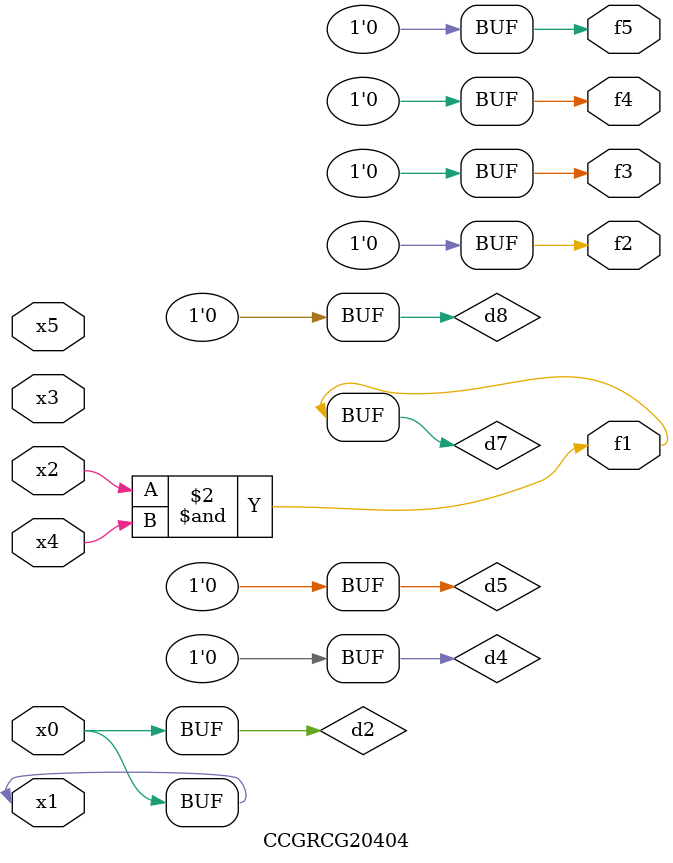
<source format=v>
module CCGRCG20404(
	input x0, x1, x2, x3, x4, x5,
	output f1, f2, f3, f4, f5
);

	wire d1, d2, d3, d4, d5, d6, d7, d8, d9;

	nand (d1, x1);
	buf (d2, x0, x1);
	nand (d3, x2, x4);
	and (d4, d1, d2);
	and (d5, d1, d2);
	nand (d6, d1, d3);
	not (d7, d3);
	xor (d8, d5);
	nor (d9, d5, d6);
	assign f1 = d7;
	assign f2 = d8;
	assign f3 = d8;
	assign f4 = d8;
	assign f5 = d8;
endmodule

</source>
